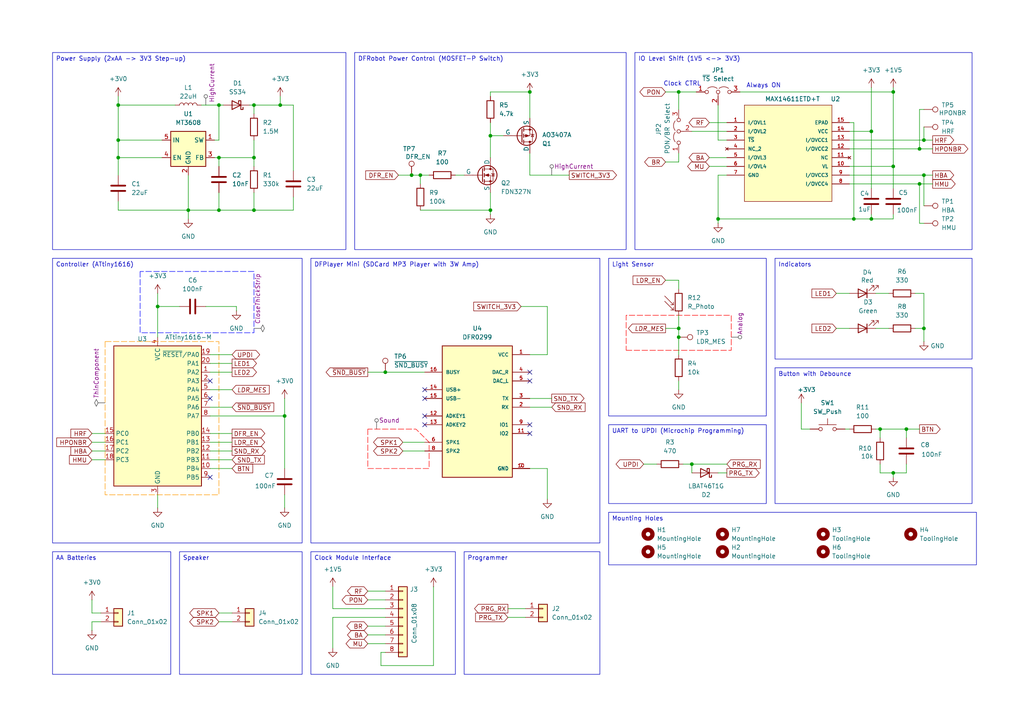
<source format=kicad_sch>
(kicad_sch (version 20250114) (generator "eeschema") (generator_version "9.0")
  (paper "A4")
  (title_block (title "GrannyClock") (date "2025-05-11") (rev "1.0") (company "Tehoor Marjan"))
  (text "Clock CTRL" (at 197.866 24.384 0) (effects (font (size 1.27 1.27))))
  (text "Always ON" (at 221.488 24.892 0) (effects (font (size 1.27 1.27))))
  (text_box "DFRobot Power Control (MOSFET-P Switch)" (at 102.87 15.24 0) (size 78.74 57.15) (margins 0.9525 0.9525 0.9525 0.9525) (effects (font (size 1.27 1.27)) (justify left top)))
  (text_box "Indicators" (at 224.79 74.93 0) (size 57.15 29.21) (margins 0.9525 0.9525 0.9525 0.9525) (effects (font (size 1.27 1.27)) (justify left top)))
  (text_box "Clock Module Interface" (at 90.17 160.02 0) (size 41.91 35.56) (margins 0.9525 0.9525 0.9525 0.9525) (effects (font (size 1.27 1.27)) (justify left top)))
  (text_box "Button with Debounce" (at 224.79 106.68 0) (size 57.15 39.37) (margins 0.9525 0.9525 0.9525 0.9525) (effects (font (size 1.27 1.27)) (justify left top)))
  (text_box "Speaker" (at 52.07 160.02 0) (size 35.56 35.56) (margins 0.9525 0.9525 0.9525 0.9525) (effects (font (size 1.27 1.27)) (justify left top)))
  (text_box "Mounting Holes" (at 176.53 148.59 0) (size 106.68 15.24) (margins 0.9525 0.9525 0.9525 0.9525) (effects (font (size 1.27 1.27)) (justify left top)))
  (text_box "AA Batteries" (at 15.24 160.02 0) (size 34.29 35.56) (margins 0.9525 0.9525 0.9525 0.9525) (effects (font (size 1.27 1.27)) (justify left top)))
  (text_box "Controller (ATtiny1616)" (at 15.24 74.93 0) (size 72.39 82.55) (margins 0.9525 0.9525 0.9525 0.9525) (effects (font (size 1.27 1.27)) (justify left top)))
  (text_box "DFPlayer Mini (SDCard MP3 Player with 3W Amp)" (at 90.17 74.93 0) (size 83.82 82.55) (margins 0.9525 0.9525 0.9525 0.9525) (effects (font (size 1.27 1.27)) (justify left top)))
  (text_box "IO Level Shift (1V5 <-> 3V3)" (at 184.15 15.24 0) (size 97.79 57.15) (margins 0.9525 0.9525 0.9525 0.9525) (effects (font (size 1.27 1.27)) (justify left top)))
  (text_box "UART to UPDI (Microchip Programming)" (at 176.53 123.19 0) (size 45.72 22.86) (margins 0.9525 0.9525 0.9525 0.9525) (effects (font (size 1.27 1.27)) (justify left top)))
  (text_box "Power Supply (2xAA -> 3V3 Step-up)" (at 15.24 15.24 0) (size 85.09 57.15) (margins 0.9525 0.9525 0.9525 0.9525) (effects (font (size 1.27 1.27)) (justify left top)))
  (text_box "Light Sensor" (at 176.53 74.93 0) (size 45.72 45.72) (margins 0.9525 0.9525 0.9525 0.9525) (effects (font (size 1.27 1.27)) (justify left top)))
  (text_box "Programmer" (at 134.62 160.02 0) (size 39.37 35.56) (margins 0.9525 0.9525 0.9525 0.9525) (effects (font (size 1.27 1.27)) (justify left top)))
  (junction (at 111.76 107.95))
  (junction (at 266.7 53.34))
  (junction (at 267.97 50.8))
  (junction (at 63.5 60.96))
  (junction (at 247.65 63.5))
  (junction (at 208.28 63.5))
  (junction (at 196.85 97.79))
  (junction (at 266.7 43.18))
  (junction (at 259.08 48.26))
  (junction (at 73.66 45.72))
  (junction (at 121.92 50.8))
  (junction (at 81.28 30.48))
  (junction (at 267.97 95.25))
  (junction (at 259.08 137.16))
  (junction (at 54.61 60.96))
  (junction (at 142.24 60.96))
  (junction (at 196.85 95.25))
  (junction (at 34.29 40.64))
  (junction (at 34.29 30.48))
  (junction (at 252.73 63.5))
  (junction (at 73.66 30.48))
  (junction (at 119.38 50.8))
  (junction (at 196.85 26.67))
  (junction (at 255.27 124.46))
  (junction (at 142.24 39.37))
  (junction (at 252.73 38.1))
  (junction (at 63.5 45.72))
  (junction (at 45.72 88.9))
  (junction (at 153.67 26.67))
  (junction (at 200.66 134.62))
  (junction (at 82.55 120.65))
  (junction (at 63.5 30.48))
  (junction (at 73.66 60.96))
  (junction (at 262.89 124.46))
  (junction (at 259.08 26.67))
  (junction (at 34.29 45.72))
  (junction (at 267.97 40.64))
  (no_connect (at 60.96 115.57))
  (no_connect (at 60.96 138.43))
  (no_connect (at 153.67 123.19))
  (no_connect (at 123.19 123.19))
  (no_connect (at 153.67 110.49))
  (no_connect (at 123.19 120.65))
  (no_connect (at 153.67 125.73))
  (no_connect (at 153.67 107.95))
  (no_connect (at 60.96 110.49))
  (no_connect (at 123.19 113.03))
  (no_connect (at 123.19 115.57))
  (wire (pts (xy 59.69 88.9) (xy 68.58 88.9)))
  (wire (pts (xy 205.74 45.72) (xy 210.82 45.72)))
  (wire (pts (xy 153.67 50.8) (xy 165.1 50.8)))
  (wire (pts (xy 259.08 26.67) (xy 259.08 48.26)))
  (wire (pts (xy 232.41 116.84) (xy 232.41 124.46)))
  (wire (pts (xy 68.58 88.9) (xy 68.58 90.17)))
  (wire (pts (xy 262.89 137.16) (xy 259.08 137.16)))
  (wire (pts (xy 73.66 60.96) (xy 85.09 60.96)))
  (wire (pts (xy 106.68 181.61) (xy 111.76 181.61)))
  (wire (pts (xy 29.21 177.8) (xy 26.67 177.8)))
  (wire (pts (xy 96.52 176.53) (xy 111.76 176.53)))
  (wire (pts (xy 234.95 124.46) (xy 232.41 124.46)))
  (wire (pts (xy 196.85 110.49) (xy 196.85 113.03)))
  (wire (pts (xy 73.66 45.72) (xy 73.66 48.26)))
  (wire (pts (xy 196.85 95.25) (xy 196.85 97.79)))
  (wire (pts (xy 210.82 134.62) (xy 200.66 134.62)))
  (wire (pts (xy 121.92 50.8) (xy 121.92 53.34)))
  (wire (pts (xy 125.73 193.04) (xy 110.49 193.04)))
  (wire (pts (xy 196.85 46.99) (xy 196.85 44.45)))
  (wire (pts (xy 247.65 63.5) (xy 252.73 63.5)))
  (wire (pts (xy 60.96 128.27) (xy 67.31 128.27)))
  (wire (pts (xy 34.29 60.96) (xy 34.29 58.42)))
  (wire (pts (xy 34.29 45.72) (xy 34.29 50.8)))
  (wire (pts (xy 73.66 45.72) (xy 73.66 40.64)))
  (wire (pts (xy 60.96 105.41) (xy 67.31 105.41)))
  (wire (pts (xy 153.67 135.89) (xy 158.75 135.89)))
  (wire (pts (xy 242.57 95.25) (xy 246.38 95.25)))
  (wire (pts (xy 267.97 95.25) (xy 267.97 99.06)))
  (wire (pts (xy 110.49 189.23) (xy 111.76 189.23)))
  (wire (pts (xy 146.05 39.37) (xy 142.24 39.37)))
  (wire (pts (xy 193.04 81.28) (xy 196.85 81.28)))
  (wire (pts (xy 96.52 170.18) (xy 96.52 176.53)))
  (wire (pts (xy 262.89 134.62) (xy 262.89 137.16)))
  (wire (pts (xy 158.75 135.89) (xy 158.75 144.78)))
  (wire (pts (xy 60.96 130.81) (xy 67.31 130.81)))
  (wire (pts (xy 186.69 134.62) (xy 190.5 134.62)))
  (wire (pts (xy 262.89 127) (xy 262.89 124.46)))
  (wire (pts (xy 267.97 64.77) (xy 266.7 64.77)))
  (wire (pts (xy 198.12 134.62) (xy 200.66 134.62)))
  (wire (pts (xy 85.09 30.48) (xy 85.09 49.53)))
  (wire (pts (xy 266.7 124.46) (xy 262.89 124.46)))
  (wire (pts (xy 252.73 63.5) (xy 259.08 63.5)))
  (wire (pts (xy 82.55 120.65) (xy 82.55 135.89)))
  (wire (pts (xy 34.29 30.48) (xy 50.8 30.48)))
  (wire (pts (xy 153.67 26.67) (xy 142.24 26.67)))
  (wire (pts (xy 82.55 120.65) (xy 60.96 120.65)))
  (wire (pts (xy 46.99 45.72) (xy 34.29 45.72)))
  (wire (pts (xy 142.24 35.56) (xy 142.24 39.37)))
  (wire (pts (xy 208.28 30.48) (xy 208.28 40.64)))
  (wire (pts (xy 34.29 30.48) (xy 34.29 40.64)))
  (wire (pts (xy 259.08 138.43) (xy 259.08 137.16)))
  (wire (pts (xy 153.67 118.11) (xy 160.02 118.11)))
  (wire (pts (xy 205.74 35.56) (xy 210.82 35.56)))
  (wire (pts (xy 193.04 26.67) (xy 196.85 26.67)))
  (wire (pts (xy 259.08 62.23) (xy 259.08 63.5)))
  (wire (pts (xy 153.67 102.87) (xy 158.75 102.87)))
  (wire (pts (xy 246.38 53.34) (xy 266.7 53.34)))
  (wire (pts (xy 29.21 180.34) (xy 26.67 180.34)))
  (wire (pts (xy 254 124.46) (xy 255.27 124.46)))
  (wire (pts (xy 116.84 130.81) (xy 123.19 130.81)))
  (wire (pts (xy 73.66 55.88) (xy 73.66 60.96)))
  (wire (pts (xy 153.67 26.67) (xy 153.67 34.29)))
  (wire (pts (xy 242.57 85.09) (xy 246.38 85.09)))
  (wire (pts (xy 63.5 180.34) (xy 67.31 180.34)))
  (wire (pts (xy 210.82 50.8) (xy 208.28 50.8)))
  (wire (pts (xy 158.75 102.87) (xy 158.75 88.9)))
  (wire (pts (xy 63.5 55.88) (xy 63.5 60.96)))
  (wire (pts (xy 196.85 26.67) (xy 196.85 31.75)))
  (wire (pts (xy 142.24 26.67) (xy 142.24 27.94)))
  (wire (pts (xy 255.27 134.62) (xy 255.27 137.16)))
  (wire (pts (xy 142.24 39.37) (xy 142.24 45.72)))
  (wire (pts (xy 111.76 107.95) (xy 123.19 107.95)))
  (wire (pts (xy 252.73 62.23) (xy 252.73 63.5)))
  (wire (pts (xy 246.38 43.18) (xy 266.7 43.18)))
  (wire (pts (xy 200.66 38.1) (xy 210.82 38.1)))
  (wire (pts (xy 193.04 46.99) (xy 196.85 46.99)))
  (wire (pts (xy 63.5 40.64) (xy 63.5 30.48)))
  (wire (pts (xy 259.08 137.16) (xy 255.27 137.16)))
  (wire (pts (xy 196.85 97.79) (xy 196.85 102.87)))
  (wire (pts (xy 60.96 125.73) (xy 67.31 125.73)))
  (wire (pts (xy 106.68 171.45) (xy 111.76 171.45)))
  (wire (pts (xy 73.66 30.48) (xy 73.66 33.02)))
  (wire (pts (xy 254 95.25) (xy 257.81 95.25)))
  (wire (pts (xy 62.23 40.64) (xy 63.5 40.64)))
  (wire (pts (xy 54.61 60.96) (xy 63.5 60.96)))
  (wire (pts (xy 208.28 63.5) (xy 208.28 64.77)))
  (wire (pts (xy 26.67 177.8) (xy 26.67 173.99)))
  (wire (pts (xy 267.97 36.83) (xy 267.97 40.64)))
  (wire (pts (xy 106.68 184.15) (xy 111.76 184.15)))
  (wire (pts (xy 26.67 180.34) (xy 26.67 182.88)))
  (wire (pts (xy 82.55 115.57) (xy 82.55 120.65)))
  (wire (pts (xy 158.75 88.9) (xy 151.13 88.9)))
  (wire (pts (xy 196.85 26.67) (xy 201.93 26.67)))
  (wire (pts (xy 252.73 38.1) (xy 252.73 25.4)))
  (wire (pts (xy 267.97 50.8) (xy 267.97 59.69)))
  (wire (pts (xy 196.85 91.44) (xy 196.85 95.25)))
  (wire (pts (xy 208.28 63.5) (xy 247.65 63.5)))
  (wire (pts (xy 142.24 60.96) (xy 142.24 62.23)))
  (wire (pts (xy 142.24 55.88) (xy 142.24 60.96)))
  (wire (pts (xy 34.29 27.94) (xy 34.29 30.48)))
  (wire (pts (xy 245.11 124.46) (xy 246.38 124.46)))
  (wire (pts (xy 132.08 50.8) (xy 134.62 50.8)))
  (wire (pts (xy 246.38 50.8) (xy 267.97 50.8)))
  (wire (pts (xy 106.68 186.69) (xy 111.76 186.69)))
  (wire (pts (xy 45.72 143.51) (xy 45.72 147.32)))
  (wire (pts (xy 121.92 50.8) (xy 124.46 50.8)))
  (wire (pts (xy 116.84 128.27) (xy 123.19 128.27)))
  (wire (pts (xy 254 85.09) (xy 257.81 85.09)))
  (wire (pts (xy 45.72 85.09) (xy 45.72 88.9)))
  (wire (pts (xy 266.7 53.34) (xy 270.51 53.34)))
  (wire (pts (xy 267.97 40.64) (xy 270.51 40.64)))
  (wire (pts (xy 106.68 173.99) (xy 111.76 173.99)))
  (wire (pts (xy 267.97 85.09) (xy 267.97 95.25)))
  (wire (pts (xy 196.85 95.25) (xy 193.04 95.25)))
  (wire (pts (xy 147.32 179.07) (xy 152.4 179.07)))
  (wire (pts (xy 60.96 118.11) (xy 67.31 118.11)))
  (wire (pts (xy 255.27 124.46) (xy 262.89 124.46)))
  (wire (pts (xy 96.52 179.07) (xy 96.52 187.96)))
  (wire (pts (xy 34.29 60.96) (xy 54.61 60.96)))
  (wire (pts (xy 26.67 130.81) (xy 30.48 130.81)))
  (wire (pts (xy 72.39 30.48) (xy 73.66 30.48)))
  (wire (pts (xy 81.28 27.94) (xy 81.28 30.48)))
  (wire (pts (xy 208.28 40.64) (xy 210.82 40.64)))
  (wire (pts (xy 73.66 30.48) (xy 81.28 30.48)))
  (wire (pts (xy 200.66 134.62) (xy 200.66 137.16)))
  (wire (pts (xy 54.61 50.8) (xy 54.61 60.96)))
  (wire (pts (xy 255.27 124.46) (xy 255.27 127)))
  (wire (pts (xy 267.97 50.8) (xy 270.51 50.8)))
  (wire (pts (xy 266.7 53.34) (xy 266.7 64.77)))
  (wire (pts (xy 26.67 133.35) (xy 30.48 133.35)))
  (wire (pts (xy 259.08 48.26) (xy 259.08 54.61)))
  (wire (pts (xy 60.96 135.89) (xy 67.31 135.89)))
  (wire (pts (xy 60.96 113.03) (xy 67.31 113.03)))
  (wire (pts (xy 106.68 107.95) (xy 111.76 107.95)))
  (wire (pts (xy 147.32 176.53) (xy 152.4 176.53)))
  (wire (pts (xy 63.5 45.72) (xy 73.66 45.72)))
  (wire (pts (xy 259.08 26.67) (xy 259.08 25.4)))
  (wire (pts (xy 246.38 38.1) (xy 252.73 38.1)))
  (wire (pts (xy 63.5 45.72) (xy 63.5 48.26)))
  (wire (pts (xy 63.5 177.8) (xy 67.31 177.8)))
  (wire (pts (xy 85.09 30.48) (xy 81.28 30.48)))
  (wire (pts (xy 26.67 128.27) (xy 30.48 128.27)))
  (wire (pts (xy 85.09 57.15) (xy 85.09 60.96)))
  (wire (pts (xy 125.73 170.18) (xy 125.73 193.04)))
  (wire (pts (xy 265.43 85.09) (xy 267.97 85.09)))
  (wire (pts (xy 267.97 31.75) (xy 266.7 31.75)))
  (wire (pts (xy 45.72 88.9) (xy 52.07 88.9)))
  (wire (pts (xy 111.76 179.07) (xy 96.52 179.07)))
  (wire (pts (xy 60.96 107.95) (xy 67.31 107.95)))
  (wire (pts (xy 196.85 81.28) (xy 196.85 83.82)))
  (wire (pts (xy 45.72 88.9) (xy 45.72 97.79)))
  (wire (pts (xy 60.96 102.87) (xy 67.31 102.87)))
  (wire (pts (xy 58.42 30.48) (xy 63.5 30.48)))
  (wire (pts (xy 62.23 45.72) (xy 63.5 45.72)))
  (wire (pts (xy 63.5 30.48) (xy 64.77 30.48)))
  (wire (pts (xy 60.96 133.35) (xy 67.31 133.35)))
  (wire (pts (xy 246.38 48.26) (xy 259.08 48.26)))
  (wire (pts (xy 82.55 143.51) (xy 82.55 147.32)))
  (wire (pts (xy 252.73 38.1) (xy 252.73 54.61)))
  (wire (pts (xy 110.49 193.04) (xy 110.49 189.23)))
  (wire (pts (xy 119.38 50.8) (xy 121.92 50.8)))
  (wire (pts (xy 63.5 60.96) (xy 73.66 60.96)))
  (wire (pts (xy 265.43 95.25) (xy 267.97 95.25)))
  (wire (pts (xy 115.57 50.8) (xy 119.38 50.8)))
  (wire (pts (xy 121.92 60.96) (xy 142.24 60.96)))
  (wire (pts (xy 246.38 40.64) (xy 267.97 40.64)))
  (wire (pts (xy 208.28 50.8) (xy 208.28 63.5)))
  (wire (pts (xy 214.63 26.67) (xy 259.08 26.67)))
  (wire (pts (xy 153.67 44.45) (xy 153.67 50.8)))
  (wire (pts (xy 26.67 125.73) (xy 30.48 125.73)))
  (wire (pts (xy 34.29 45.72) (xy 34.29 40.64)))
  (wire (pts (xy 205.74 48.26) (xy 210.82 48.26)))
  (wire (pts (xy 266.7 43.18) (xy 270.51 43.18)))
  (wire (pts (xy 54.61 60.96) (xy 54.61 63.5)))
  (wire (pts (xy 247.65 35.56) (xy 247.65 63.5)))
  (wire (pts (xy 266.7 31.75) (xy 266.7 43.18)))
  (wire (pts (xy 153.67 115.57) (xy 160.02 115.57)))
  (wire (pts (xy 34.29 40.64) (xy 46.99 40.64)))
  (wire (pts (xy 208.28 137.16) (xy 210.82 137.16)))
  (wire (pts (xy 246.38 35.56) (xy 247.65 35.56)))
  (global_label "PON" (shape bidirectional) (at 193.04 26.67 180) (property "Intersheetrefs" "${INTERSHEET_REFS}" (effects (hide yes))))
  (global_label "BA" (shape bidirectional) (at 106.68 184.15 180) (property "Intersheetrefs" "${INTERSHEET_REFS}" (effects (hide yes))))
  (global_label "MU" (shape bidirectional) (at 106.68 186.69 180) (property "Intersheetrefs" "${INTERSHEET_REFS}" (effects (hide yes))))
  (global_label "LED1" (shape output) (at 67.31 105.41 0) (property "Intersheetrefs" "${INTERSHEET_REFS}" (effects (hide yes))))
  (global_label "PRG_TX" (shape input) (at 147.32 179.07 180) (property "Intersheetrefs" "${INTERSHEET_REFS}" (effects (hide yes))))
  (global_label "SWITCH_3V3" (shape input) (at 151.13 88.9 180) (property "Intersheetrefs" "${INTERSHEET_REFS}" (effects (hide yes))))
  (global_label "PRG_TX" (shape output) (at 210.82 137.16 0) (property "Intersheetrefs" "${INTERSHEET_REFS}" (effects (hide yes))))
  (global_label "DFR_EN" (shape input) (at 115.57 50.8 180) (property "Intersheetrefs" "${INTERSHEET_REFS}" (effects (hide yes))))
  (global_label "LED2" (shape input) (at 242.57 95.25 180) (property "Intersheetrefs" "${INTERSHEET_REFS}" (effects (hide yes))))
  (global_label "PRG_RX" (shape input) (at 210.82 134.62 0) (property "Intersheetrefs" "${INTERSHEET_REFS}" (effects (hide yes))))
  (global_label "LDR_MES" (shape input) (at 67.31 113.03 0) (effects (font (italic yes))) (property "Intersheetrefs" "${INTERSHEET_REFS}" (effects (hide yes))))
  (global_label "HPONBR" (shape input) (at 26.67 128.27 180) (property "Intersheetrefs" "${INTERSHEET_REFS}" (effects (hide yes))))
  (global_label "HRF" (shape output) (at 270.51 40.64 0) (property "Intersheetrefs" "${INTERSHEET_REFS}" (effects (hide yes))))
  (global_label "HBA" (shape output) (at 270.51 50.8 0) (property "Intersheetrefs" "${INTERSHEET_REFS}" (effects (hide yes))))
  (global_label "SND_RX" (shape input) (at 160.02 118.11 0) (property "Intersheetrefs" "${INTERSHEET_REFS}" (effects (hide yes))))
  (global_label "LDR_EN" (shape output) (at 67.31 128.27 0) (property "Intersheetrefs" "${INTERSHEET_REFS}" (effects (hide yes))))
  (global_label "SWITCH_3V3" (shape output) (at 165.1 50.8 0) (property "Intersheetrefs" "${INTERSHEET_REFS}" (effects (hide yes))))
  (global_label "BTN" (shape input) (at 67.31 135.89 0) (property "Intersheetrefs" "${INTERSHEET_REFS}" (effects (hide yes))))
  (global_label "SND_TX" (shape output) (at 160.02 115.57 0) (property "Intersheetrefs" "${INTERSHEET_REFS}" (effects (hide yes))))
  (global_label "RF" (shape bidirectional) (at 205.74 35.56 180) (property "Intersheetrefs" "${INTERSHEET_REFS}" (effects (hide yes))))
  (global_label "~{SND_BUSY}" (shape output) (at 106.68 107.95 180) (property "Intersheetrefs" "${INTERSHEET_REFS}" (effects (hide yes))))
  (global_label "BR" (shape bidirectional) (at 106.68 181.61 180) (property "Intersheetrefs" "${INTERSHEET_REFS}" (effects (hide yes))))
  (global_label "LED1" (shape input) (at 242.57 85.09 180) (property "Intersheetrefs" "${INTERSHEET_REFS}" (effects (hide yes))))
  (global_label "BA" (shape bidirectional) (at 205.74 45.72 180) (property "Intersheetrefs" "${INTERSHEET_REFS}" (effects (hide yes))))
  (global_label "~{SND_BUSY}" (shape input) (at 67.31 118.11 0) (property "Intersheetrefs" "${INTERSHEET_REFS}" (effects (hide yes))))
  (global_label "HMU" (shape output) (at 270.51 53.34 0) (property "Intersheetrefs" "${INTERSHEET_REFS}" (effects (hide yes))))
  (global_label "PRG_RX" (shape output) (at 147.32 176.53 180) (property "Intersheetrefs" "${INTERSHEET_REFS}" (effects (hide yes))))
  (global_label "LDR_EN" (shape input) (at 193.04 81.28 180) (property "Intersheetrefs" "${INTERSHEET_REFS}" (effects (hide yes))))
  (global_label "SND_TX" (shape input) (at 67.31 133.35 0) (property "Intersheetrefs" "${INTERSHEET_REFS}" (effects (hide yes))))
  (global_label "LDR_MES" (shape output) (at 193.04 95.25 180) (effects (font (italic yes))) (property "Intersheetrefs" "${INTERSHEET_REFS}" (effects (hide yes))))
  (global_label "DFR_EN" (shape output) (at 67.31 125.73 0) (property "Intersheetrefs" "${INTERSHEET_REFS}" (effects (hide yes))))
  (global_label "HPONBR" (shape output) (at 270.51 43.18 0) (property "Intersheetrefs" "${INTERSHEET_REFS}" (effects (hide yes))))
  (global_label "BTN" (shape output) (at 266.7 124.46 0) (property "Intersheetrefs" "${INTERSHEET_REFS}" (effects (hide yes))))
  (global_label "SPK1" (shape bidirectional) (at 63.5 177.8 180) (property "Intersheetrefs" "${INTERSHEET_REFS}" (effects (hide yes))))
  (global_label "PON" (shape bidirectional) (at 106.68 173.99 180) (property "Intersheetrefs" "${INTERSHEET_REFS}" (effects (hide yes))))
  (global_label "UPDI" (shape bidirectional) (at 67.31 102.87 0) (property "Intersheetrefs" "${INTERSHEET_REFS}" (effects (hide yes))))
  (global_label "LED2" (shape output) (at 67.31 107.95 0) (property "Intersheetrefs" "${INTERSHEET_REFS}" (effects (hide yes))))
  (global_label "SPK1" (shape bidirectional) (at 116.84 128.27 180) (property "Intersheetrefs" "${INTERSHEET_REFS}" (effects (hide yes))))
  (global_label "BR" (shape bidirectional) (at 193.04 46.99 180) (property "Intersheetrefs" "${INTERSHEET_REFS}" (effects (hide yes))))
  (global_label "MU" (shape bidirectional) (at 205.74 48.26 180) (property "Intersheetrefs" "${INTERSHEET_REFS}" (effects (hide yes))))
  (global_label "UPDI" (shape bidirectional) (at 186.69 134.62 180) (property "Intersheetrefs" "${INTERSHEET_REFS}" (effects (hide yes))))
  (global_label "SPK2" (shape bidirectional) (at 116.84 130.81 180) (property "Intersheetrefs" "${INTERSHEET_REFS}" (effects (hide yes))))
  (global_label "HBA" (shape input) (at 26.67 130.81 180) (property "Intersheetrefs" "${INTERSHEET_REFS}" (effects (hide yes))))
  (global_label "HMU" (shape input) (at 26.67 133.35 180) (property "Intersheetrefs" "${INTERSHEET_REFS}" (effects (hide yes))))
  (global_label "SND_RX" (shape output) (at 67.31 130.81 0) (property "Intersheetrefs" "${INTERSHEET_REFS}" (effects (hide yes))))
  (global_label "SPK2" (shape bidirectional) (at 63.5 180.34 180) (property "Intersheetrefs" "${INTERSHEET_REFS}" (effects (hide yes))))
  (global_label "RF" (shape bidirectional) (at 106.68 171.45 180) (property "Intersheetrefs" "${INTERSHEET_REFS}" (effects (hide yes))))
  (global_label "HRF" (shape input) (at 26.67 125.73 180) (property "Intersheetrefs" "${INTERSHEET_REFS}" (effects (hide yes))))
  (rule_area (polyline (pts (xy 181.61 101.6) (xy 212.09 101.6) (xy 212.09 91.44) (xy 181.61 91.44)) (stroke (width 0) (type dash))))
  (rule_area (polyline (pts (xy 106.68 124.46) (xy 106.68 135.89) (xy 124.46 135.89) (xy 124.46 128.27) (xy 120.65 124.46)) (stroke (width 0) (type dash))))
  (rule_area (polyline (pts (xy 30.48 99.06) (xy 30.48 143.51) (xy 63.5 143.51) (xy 63.5 99.06)) (stroke (width 0) (type dash) (color 255 153 0 1))))
  (rule_area (polyline (pts (xy 40.64 78.74) (xy 40.64 96.52) (xy 73.66 96.52) (xy 73.66 78.74)) (stroke (width 0) (type dash) (color 0 0 255 1))))
  (netclass_flag "" (length 2.54) (shape round) (at 160.02 50.8 0) (property "Netclass" "HighCurrent" (at 160.7185 48.26 0) (effects (justify left))))
  (netclass_flag "" (length 2.54) (shape diamond) (at 73.66 95.25 270) (property "Netclass" "Default" (effects (hide yes))) (property "Component Class" "CloseThickStrip" (at 74.7395 94.0435 90) (effects (font (italic yes)) (justify left))))
  (netclass_flag "" (length 2.54) (shape round) (at 109.22 124.46 0) (property "Netclass" "Sound" (at 109.9185 121.92 0) (effects (justify left))))
  (netclass_flag "" (length 2.54) (shape round) (at 212.09 97.79 270) (property "Netclass" "Analog" (at 214.63 97.0915 90) (effects (justify left))))
  (netclass_flag "" (length 2.54) (shape diamond) (at 30.48 116.84 90) (property "Component Class" "ThinComponent" (at 27.94 115.6335 90) (effects (font (italic yes)) (justify left))))
  (netclass_flag "" (length 2.54) (shape round) (at 59.69 30.48 0) (property "Netclass" "HighCurrent" (at 61.468 29.718 90) (effects (justify left))))
  (symbol (lib_id "Device:D_Schottky") (at 204.47 137.16 180) (unit 1)
    (property "Reference" "D2" (at 204.7875 143.51 0))
    (property "Value" "LBAT46T1G" (at 204.7875 140.97 0))
    (property "Footprint" "Diode_SMD:D_SOD-123" (effects (hide yes)))
    (property "Description" "Schottky diode" (effects (hide yes)))
  )
  (symbol (lib_id "Device:R") (at 196.85 106.68 0) (unit 1)
    (property "Reference" "R4" (at 199.39 105.4099 0) (effects (justify left)))
    (property "Value" "10k" (at 199.39 107.9499 0) (effects (justify left)))
    (property "Footprint" "Resistor_SMD:R_0603_1608Metric" (effects (hide yes)))
    (property "Description" "Resistor" (effects (hide yes)))
  )
  (symbol (lib_id "Device:R") (at 73.66 36.83 0) (unit 1)
    (property "Reference" "R2" (at 76.2 35.5599 0) (effects (justify left)))
    (property "Value" "1.5M" (at 76.2 38.0999 0) (effects (justify left)))
    (property "Footprint" "Resistor_SMD:R_0603_1608Metric" (effects (hide yes)))
    (property "Description" "Resistor" (effects (hide yes)))
  )
  (symbol (lib_id "Device:R") (at 261.62 95.25 90) (unit 1)
    (property "Reference" "R8" (at 261.62 88.9 90))
    (property "Value" "330" (at 261.62 91.44 90))
    (property "Footprint" "Resistor_SMD:R_0603_1608Metric" (effects (hide yes)))
    (property "Description" "Resistor" (effects (hide yes)))
  )
  (symbol (lib_id "Simulation_SPICE:PMOS") (at 151.13 39.37 0) (mirror x) (unit 1)
    (property "Reference" "Q1" (at 157.226 41.656 0) (effects (justify left)))
    (property "Value" "AO3407A" (at 157.226 39.116 0) (effects (justify left)))
    (property "Footprint" "Package_TO_SOT_SMD:SOT-23-3" (effects (hide yes)))
    (property "Datasheet" "https://ngspice.sourceforge.io/docs/ngspice-html-manual/manual.xhtml#cha_MOSFETs" (effects (hide yes)))
    (property "Description" "P-MOSFET transistor, drain/source/gate" (effects (hide yes)))
    (property "Height" "1.1" (effects (hide yes)))
    (property "Manufacturer_Name" "ElecSuper" (effects (hide yes)))
    (property "Manufacturer_Part_Number" "AO3407A" (effects (hide yes)))
    (property "Sim.Device" "PMOS" (effects (hide yes)))
    (property "Sim.Type" "VDMOS" (effects (hide yes)))
    (property "Sim.Pins" "1=D 2=G 3=S" (effects (hide yes)))
    (property "JLCPCB Part #" "C5224209" (effects (hide yes)))
  )
  (symbol (lib_id "power:GND") (at 82.55 147.32 0) (unit 1)
    (property "Reference" "#PWR0109" (effects (hide yes)))
    (property "Value" "GND" (at 82.55 152.4 0))
    (property "Description" "Power symbol creates a global label with name \"GND\" , ground" (effects (hide yes)))
  )
  (symbol (lib_id "Connector:TestPoint") (at 119.38 50.8 0) (unit 1) (in_bom no)
    (property "Reference" "TP7" (at 116.84 43.18 0) (effects (justify left)))
    (property "Value" "DFR_EN" (at 117.602 45.466 0) (effects (justify left)))
    (property "Footprint" "TestPoint:TestPoint_Pad_D1.5mm" (effects (hide yes)))
    (property "Description" "test point" (effects (hide yes)))
  )
  (symbol (lib_id "power:+3V3") (at 81.28 27.94 0) (unit 1)
    (property "Reference" "#PWR0117" (effects (hide yes)))
    (property "Value" "+3V3" (at 81.28 22.86 0))
    (property "Description" "Power symbol creates a global label with name \"+3V3\"" (effects (hide yes)))
  )
  (symbol (lib_id "Switch:SW_Push") (at 240.03 124.46 0) (unit 1) (in_bom no)
    (property "Reference" "SW1" (at 240.03 116.84 0))
    (property "Value" "SW_Push" (at 240.03 119.38 0))
    (property "Footprint" "Button_Switch_THT:SW_PUSH_1P1T_6x3.5mm_H4.3_APEM_MJTP1243" (effects (hide yes)))
    (property "Description" "Push button switch, generic, two pins" (effects (hide yes)))
  )
  (symbol (lib_id "Regulator_Switching:MT3608") (at 54.61 43.18 0) (unit 1)
    (property "Reference" "U1" (at 54.61 33.02 0))
    (property "Value" "MT3608" (at 54.61 35.56 0))
    (property "Footprint" "Package_TO_SOT_SMD:SOT-23-6" (effects (hide yes)))
    (property "Datasheet" "https://www.olimex.com/Products/Breadboarding/BB-PWR-3608/resources/MT3608.pdf" (effects (hide yes)))
    (property "Description" "High Efficiency 1.2MHz 2A Step Up Converter, 2-24V Vin, 28V Vout, 4A current limit, 1.2MHz, SOT23-6" (effects (hide yes)))
  )
  (symbol (lib_id "Mechanical:MountingHole") (at 187.96 154.94 0) (unit 1) (in_bom no)
    (property "Reference" "H1" (at 190.5 153.6699 0) (effects (justify left)))
    (property "Value" "MountingHole" (at 190.5 156.2099 0) (effects (justify left)))
    (property "Footprint" "MountingHole:MountingHole_2mm" (effects (hide yes)))
    (property "Description" "Mounting Hole without connection" (effects (hide yes)))
  )
  (symbol (lib_id "power:+3V0") (at 34.29 27.94 0) (unit 1)
    (property "Reference" "#PWR0116" (effects (hide yes)))
    (property "Value" "+3V0" (at 34.29 22.86 0))
    (property "Description" "Power symbol creates a global label with name \"+3V0\"" (effects (hide yes)))
  )
  (symbol (lib_id "Device:C") (at 63.5 52.07 0) (unit 1)
    (property "Reference" "C2" (at 67.31 50.7999 0) (effects (justify left)))
    (property "Value" "10nF" (at 67.31 53.3399 0) (effects (justify left)))
    (property "Footprint" "Capacitor_SMD:C_0603_1608Metric" (effects (hide yes)))
    (property "Description" "Unpolarized capacitor" (effects (hide yes)))
  )
  (symbol (lib_id "power:GND") (at 158.75 144.78 0) (unit 1)
    (property "Reference" "#PWR0108" (effects (hide yes)))
    (property "Value" "GND" (at 158.75 149.86 0))
    (property "Description" "Power symbol creates a global label with name \"GND\" , ground" (effects (hide yes)))
  )
  (symbol (lib_id "Device:R") (at 128.27 50.8 90) (unit 1)
    (property "Reference" "R7" (at 128.27 44.45 90))
    (property "Value" "100" (at 128.27 46.99 90))
    (property "Footprint" "Resistor_SMD:R_0603_1608Metric" (effects (hide yes)))
    (property "Description" "Resistor" (effects (hide yes)))
  )
  (symbol (lib_id "Device:R_Photo") (at 196.85 87.63 0) (unit 1) (in_bom no)
    (property "Reference" "R12" (at 199.39 86.3599 0) (effects (justify left)))
    (property "Value" "R_Photo" (at 199.39 88.8999 0) (effects (justify left)))
    (property "Footprint" "OptoDevice:R_LDR_4.9x4.2mm_P2.54mm_Vertical" (effects (hide yes)))
    (property "Description" "Photoresistor" (effects (hide yes)))
  )
  (symbol (lib_id "Mechanical:MountingHole") (at 209.55 154.94 0) (unit 1) (in_bom no)
    (property "Reference" "H7" (at 212.09 153.6699 0) (effects (justify left)))
    (property "Value" "MountingHole" (at 212.09 156.2099 0) (effects (justify left)))
    (property "Footprint" "MountingHole:MountingHole_2mm" (effects (hide yes)))
    (property "Description" "Mounting Hole without connection" (effects (hide yes)))
  )
  (symbol (lib_id "power:+3V3") (at 252.73 25.4 0) (unit 1)
    (property "Reference" "#PWR0102" (effects (hide yes)))
    (property "Value" "+3V3" (at 252.73 20.32 0))
    (property "Description" "Power symbol creates a global label with name \"+3V3\"" (effects (hide yes)))
  )
  (symbol (lib_id "Device:C") (at 252.73 58.42 0) (unit 1)
    (property "Reference" "C4" (at 249.428 56.134 0) (effects (justify left)))
    (property "Value" "1uF" (at 248.92 60.706 0) (effects (justify left)))
    (property "Footprint" "Capacitor_SMD:C_0603_1608Metric" (effects (hide yes)))
    (property "Description" "Unpolarized capacitor" (effects (hide yes)))
  )
  (symbol (lib_id "power:GND") (at 142.24 62.23 0) (unit 1)
    (property "Reference" "#PWR0104" (effects (hide yes)))
    (property "Value" "GND" (at 142.24 67.31 0))
    (property "Description" "Power symbol creates a global label with name \"GND\" , ground" (effects (hide yes)))
  )
  (symbol (lib_id "power:GND") (at 68.58 90.17 0) (unit 1)
    (property "Reference" "#PWR0113" (effects (hide yes)))
    (property "Value" "GND" (at 68.58 95.25 0))
    (property "Description" "Power symbol creates a global label with name \"GND\" , ground" (effects (hide yes)))
  )
  (symbol (lib_id "Mechanical:MountingHole") (at 238.76 154.94 0) (unit 1) (in_bom no)
    (property "Reference" "H3" (at 241.3 153.6699 0) (effects (justify left)))
    (property "Value" "ToolingHole" (at 241.3 156.2099 0) (effects (justify left)))
    (property "Footprint" "MountingHole:ToolingHole_1.152mm" (effects (hide yes)))
    (property "Description" "Mounting Hole without connection" (effects (hide yes)))
  )
  (symbol (lib_id "Jumper:Jumper_3_Open") (at 208.28 26.67 0) (unit 1) (in_bom no)
    (property "Reference" "JP1" (at 208.28 20.32 0))
    (property "Value" "~{TS} Select" (at 208.28 22.86 0))
    (property "Footprint" "Jumper:SolderJumper-3_P1.3mm_Open_RoundedPad1.0x1.5mm" (effects (hide yes)))
    (property "Description" "Jumper, 3-pole, both open" (effects (hide yes)))
  )
  (symbol (lib_id "power:+3V3") (at 232.41 116.84 0) (unit 1)
    (property "Reference" "#PWR01" (effects (hide yes)))
    (property "Value" "+3V3" (at 233.934 113.03 0))
    (property "Description" "Power symbol creates a global label with name \"+3V3\"" (effects (hide yes)))
  )
  (symbol (lib_id "power:GND") (at 267.97 99.06 0) (unit 1)
    (property "Reference" "#PWR0107" (effects (hide yes)))
    (property "Value" "GND" (at 269.875 100.3299 0) (effects (justify left)))
    (property "Description" "Power symbol creates a global label with name \"GND\" , ground" (effects (hide yes)))
  )
  (symbol (lib_id "Device:R") (at 121.92 57.15 0) (unit 1)
    (property "Reference" "R9" (at 124.46 55.8799 0) (effects (justify left)))
    (property "Value" "100k" (at 124.46 58.4199 0) (effects (justify left)))
    (property "Footprint" "Resistor_SMD:R_0603_1608Metric" (effects (hide yes)))
    (property "Description" "Resistor" (effects (hide yes)))
  )
  (symbol (lib_id "Device:R") (at 255.27 130.81 0) (unit 1)
    (property "Reference" "R10" (at 248.92 130.048 0) (effects (justify left)))
    (property "Value" "10k" (at 249.682 132.334 0) (effects (justify left)))
    (property "Footprint" "Resistor_SMD:R_0603_1608Metric" (effects (hide yes)))
    (property "Description" "Resistor" (effects (hide yes)))
  )
  (symbol (lib_id "Connector:TestPoint") (at 267.97 59.69 270) (unit 1) (in_bom no)
    (property "Reference" "TP1" (at 273.05 58.4199 90) (effects (justify left)))
    (property "Value" "HBA" (at 273.05 60.9599 90) (effects (justify left)))
    (property "Footprint" "TestPoint:TestPoint_Pad_D1.5mm" (effects (hide yes)))
    (property "Description" "test point" (effects (hide yes)))
  )
  (symbol (lib_id "Device:LED") (at 250.19 85.09 180) (unit 1) (in_bom no)
    (property "Reference" "D4" (at 250.19 78.994 0) (effects (justify right)))
    (property "Value" "Red" (at 249.682 81.28 0) (effects (justify right)))
    (property "Footprint" "LED_SMD:LED_0603_1608Metric" (effects (hide yes)))
    (property "Description" "Light emitting diode" (effects (hide yes)))
    (property "Sim.Pins" "1=K 2=A" (effects (hide yes)))
  )
  (symbol (lib_id "Mechanical:MountingHole") (at 264.16 154.94 0) (unit 1) (in_bom no)
    (property "Reference" "H4" (at 266.7 153.6699 0) (effects (justify left)))
    (property "Value" "ToolingHole" (at 266.7 156.2099 0) (effects (justify left)))
    (property "Footprint" "MountingHole:ToolingHole_1.152mm" (effects (hide yes)))
    (property "Description" "Mounting Hole without connection" (effects (hide yes)))
  )
  (symbol (lib_id "Mechanical:MountingHole") (at 209.55 160.02 0) (unit 1) (in_bom no)
    (property "Reference" "H2" (at 212.09 158.7499 0) (effects (justify left)))
    (property "Value" "MountingHole" (at 212.09 161.2899 0) (effects (justify left)))
    (property "Footprint" "MountingHole:MountingHole_2mm" (effects (hide yes)))
    (property "Description" "Mounting Hole without connection" (effects (hide yes)))
  )
  (symbol (lib_id "power:+3V0") (at 26.67 173.99 0) (unit 1)
    (property "Reference" "#PWR0118" (effects (hide yes)))
    (property "Value" "+3V0" (at 26.67 168.91 0))
    (property "Description" "Power symbol creates a global label with name \"+3V0\"" (effects (hide yes)))
  )
  (symbol (lib_id "Snapeda:DFR0299") (at 138.43 118.11 0) (unit 1) (in_bom no)
    (property "Reference" "U4" (at 138.43 95.25 0))
    (property "Value" "DFR0299" (at 138.43 97.79 0))
    (property "Footprint" "Snapeda:DFR0299_MODULE_DFR0299" (effects (hide yes)))
    (property "MF" "DFRobot" (effects (hide yes)))
    (property "DESCRIPTION" "Dfplayer - a Mini Mp3 Player" (effects (hide yes)))
    (property "PACKAGE" "None" (effects (hide yes)))
    (property "PRICE" "None" (effects (hide yes)))
    (property "Package" "None" (effects (hide yes)))
    (property "Check_prices" "https://www.snapeda.com/parts/DFR0299/DFRobot/view-part/?ref=eda" (effects (hide yes)))
    (property "Price" "None" (effects (hide yes)))
    (property "SnapEDA_Link" "https://www.snapeda.com/parts/DFR0299/DFRobot/view-part/?ref=snap" (effects (hide yes)))
    (property "MP" "DFR0299" (effects (hide yes)))
    (property "Availability" "In Stock" (effects (hide yes)))
    (property "AVAILABILITY" "Unavailable" (effects (hide yes)))
    (property "Description_1" "- MP3 Player Audio Arduino Platform Evaluation Expansion Board" (effects (hide yes)))
  )
  (symbol (lib_id "Device:L") (at 54.61 30.48 90) (unit 1)
    (property "Reference" "L1" (at 54.61 25.4 90))
    (property "Value" "22uH" (at 54.61 27.94 90))
    (property "Footprint" "Inductor_SMD:L_12x12mm_H4.5mm" (effects (hide yes)))
    (property "Description" "Inductor" (effects (hide yes)))
    (property "MANUFACTURER_PART_NUMBER" "SDRH.1209CT.NLF220MT00" (effects (hide yes)))
    (property "JLCPCB Part #" "C5123081" (effects (hide yes)))
  )
  (symbol (lib_id "Device:C") (at 262.89 130.81 0) (unit 1)
    (property "Reference" "C8" (at 266.954 129.032 0) (effects (justify left)))
    (property "Value" "100nF" (at 267.208 131.826 0) (effects (justify left)))
    (property "Footprint" "Capacitor_SMD:C_0603_1608Metric" (effects (hide yes)))
    (property "Description" "Unpolarized capacitor" (effects (hide yes)))
  )
  (symbol (lib_id "Device:C") (at 34.29 54.61 0) (unit 1)
    (property "Reference" "C1" (at 38.1 53.3399 0) (effects (justify left)))
    (property "Value" "22uF" (at 38.1 55.8799 0) (effects (justify left)))
    (property "Footprint" "Capacitor_SMD:C_0603_1608Metric" (effects (hide yes)))
    (property "Description" "Unpolarized capacitor" (effects (hide yes)))
  )
  (symbol (lib_id "power:GND") (at 208.28 64.77 0) (unit 1)
    (property "Reference" "#PWR0101" (effects (hide yes)))
    (property "Value" "GND" (at 208.28 69.85 0))
    (property "Description" "Power symbol creates a global label with name \"GND\" , ground" (effects (hide yes)))
  )
  (symbol (lib_id "power:GND") (at 196.85 113.03 0) (unit 1)
    (property "Reference" "#PWR0106" (effects (hide yes)))
    (property "Value" "GND" (at 196.85 118.11 0))
    (property "Description" "Power symbol creates a global label with name \"GND\" , ground" (effects (hide yes)))
  )
  (symbol (lib_id "Device:R") (at 142.24 31.75 0) (unit 1)
    (property "Reference" "R5" (at 144.78 30.4799 0) (effects (justify left)))
    (property "Value" "4.7k" (at 144.78 33.0199 0) (effects (justify left)))
    (property "Footprint" "Resistor_SMD:R_0603_1608Metric" (effects (hide yes)))
    (property "Description" "Resistor" (effects (hide yes)))
  )
  (symbol (lib_id "power:GND") (at 96.52 187.96 0) (unit 1)
    (property "Reference" "#PWR0119" (effects (hide yes)))
    (property "Value" "GND" (at 96.52 193.04 0))
    (property "Description" "Power symbol creates a global label with name \"GND\" , ground" (effects (hide yes)))
  )
  (symbol (lib_id "MAX14611ETD_:MAX14611ETD_") (at 215.9 30.48 0) (unit 1)
    (property "Reference" "U2" (at 242.316 28.702 0))
    (property "Value" "MAX14611ETD+T" (at 229.87 28.702 0))
    (property "Footprint" "Package_DFN_QFN:TDFN-14-1EP_3x3mm_P0.4mm_EP1.78x2.35mm" (effects (hide yes)))
    (property "MF" "Analog Devices" (effects (hide yes)))
    (property "VENDOR" "Maxim Integrated Products" (effects (hide yes)))
    (property "Description_1" "Quad Bidirectional Low-Voltage Logic-Level Translator" (effects (hide yes)))
    (property "Package" "TDFN-14 Maxim" (effects (hide yes)))
    (property "Price" "None" (effects (hide yes)))
    (property "Check_prices" "https://www.snapeda.com/parts/MAX14611ETD+/Analog+Devices/view-part/?ref=eda" (effects (hide yes)))
    (property "SnapEDA_Link" "https://www.snapeda.com/parts/MAX14611ETD+/Analog+Devices/view-part/?ref=snap" (effects (hide yes)))
    (property "MP" "MAX14611ETD+" (effects (hide yes)))
    (property "Availability" "In Stock" (effects (hide yes)))
    (property "MANUFACTURER_PART_NUMBER" "MAX14611ETD+" (effects (hide yes)))
    (property "JLCPCB Part #" "C2677488" (effects (hide yes)))
  )
  (symbol (lib_id "power:+1V5") (at 259.08 25.4 0) (unit 1)
    (property "Reference" "#PWR0103" (effects (hide yes)))
    (property "Value" "+1V5" (at 259.08 20.32 0))
    (property "Description" "Power symbol creates a global label with name \"+1V5\"" (effects (hide yes)))
  )
  (symbol (lib_id "Device:LED") (at 250.19 95.25 180) (unit 1) (in_bom no)
    (property "Reference" "D3" (at 251.7775 87.63 0))
    (property "Value" "Green" (at 251.7775 90.17 0))
    (property "Footprint" "LED_SMD:LED_0603_1608Metric" (effects (hide yes)))
    (property "Description" "Light emitting diode" (effects (hide yes)))
    (property "Sim.Pins" "1=K 2=A" (effects (hide yes)))
  )
  (symbol (lib_id "Connector_Generic:Conn_01x08") (at 116.84 179.07 0) (unit 1) (in_bom no)
    (property "Reference" "J3" (at 118.872 170.942 0) (effects (justify left)))
    (property "Value" "Conn_01x08" (at 120.142 186.69 90) (effects (justify left)))
    (property "Footprint" "Connector_PinHeader_2.54mm:PinHeader_1x08_P2.54mm_Vertical" (effects (hide yes)))
    (property "Description" "Generic connector, single row, 01x08, script generated (kicad-library-utils/schlib/autogen/connector/)" (effects (hide yes)))
  )
  (symbol (lib_id "Simulation_SPICE:NMOS") (at 139.7 50.8 0) (unit 1)
    (property "Reference" "Q2" (at 145.288 53.086 0) (effects (justify left)))
    (property "Value" "FDN327N" (at 145.288 55.626 0) (effects (justify left)))
    (property "Footprint" "Snapeda:FDN327N_SSOT-3" (effects (hide yes)))
    (property "Datasheet" "https://ngspice.sourceforge.io/docs/ngspice-html-manual/manual.xhtml#cha_MOSFETs" (effects (hide yes)))
    (property "Description" "N-MOSFET transistor, drain/source/gate" (effects (hide yes)))
    (property "MF" "ON Semiconductor" (effects (hide yes)))
    (property "Description_1" "N-Channel 20V 70 mOhm 1.8 V Specified PowerTrench Mosfet - SSOT-3" (effects (hide yes)))
    (property "Package" "SOT-23-3 ON Semiconductor" (effects (hide yes)))
    (property "Price" "None" (effects (hide yes)))
    (property "SnapEDA_Link" "https://www.snapeda.com/parts/FDN327N/Onsemi/view-part/?ref=snap" (effects (hide yes)))
    (property "MP" "FDN327N" (effects (hide yes)))
    (property "Availability" "In Stock" (effects (hide yes)))
    (property "Check_prices" "https://www.snapeda.com/parts/FDN327N/Onsemi/view-part/?ref=eda" (effects (hide yes)))
    (property "Sim.Device" "NMOS" (effects (hide yes)))
    (property "Sim.Type" "VDMOS" (effects (hide yes)))
    (property "Sim.Pins" "1=D 2=G 3=S" (effects (hide yes)))
  )
  (symbol (lib_id "Connector_Generic:Conn_01x02") (at 157.48 176.53 0) (unit 1) (in_bom no)
    (property "Reference" "J2" (at 160.02 176.5299 0) (effects (justify left)))
    (property "Value" "Conn_01x02" (at 160.02 179.0699 0) (effects (justify left)))
    (property "Footprint" "Connector_PinHeader_2.54mm:PinHeader_1x02_P2.54mm_Vertical" (effects (hide yes)))
    (property "Description" "Generic connector, single row, 01x02, script generated (kicad-library-utils/schlib/autogen/connector/)" (effects (hide yes)))
  )
  (symbol (lib_id "Connector:TestPoint") (at 267.97 36.83 270) (unit 1) (in_bom no)
    (property "Reference" "TP4" (at 273.05 35.5599 90) (effects (justify left)))
    (property "Value" "HRF" (at 273.05 38.0999 90) (effects (justify left)))
    (property "Footprint" "TestPoint:TestPoint_Pad_D1.5mm" (effects (hide yes)))
    (property "Description" "test point" (effects (hide yes)))
  )
  (symbol (lib_id "Device:R") (at 73.66 52.07 0) (unit 1)
    (property "Reference" "R1" (at 76.2 50.7999 0) (effects (justify left)))
    (property "Value" "330k" (at 76.2 53.3399 0) (effects (justify left)))
    (property "Footprint" "Resistor_SMD:R_0603_1608Metric" (effects (hide yes)))
    (property "Description" "Resistor" (effects (hide yes)))
  )
  (symbol (lib_id "Jumper:Jumper_3_Open") (at 196.85 38.1 90) (unit 1) (in_bom no)
    (property "Reference" "JP2" (at 191.008 39.37 0) (effects (justify left)))
    (property "Value" "PON/BR Select" (at 193.548 44.704 0) (effects (justify left)))
    (property "Footprint" "Jumper:SolderJumper-3_P1.3mm_Open_RoundedPad1.0x1.5mm" (effects (hide yes)))
    (property "Description" "Jumper, 3-pole, both open" (effects (hide yes)))
  )
  (symbol (lib_id "Device:C") (at 55.88 88.9 90) (unit 1)
    (property "Reference" "C6" (at 55.88 81.28 90))
    (property "Value" "100nF" (at 55.88 83.82 90))
    (property "Footprint" "Capacitor_SMD:C_0603_1608Metric" (effects (hide yes)))
    (property "Description" "Unpolarized capacitor" (effects (hide yes)))
  )
  (symbol (lib_id "Connector:TestPoint") (at 267.97 31.75 270) (unit 1) (in_bom no)
    (property "Reference" "TP5" (at 273.05 30.4799 90) (effects (justify left)))
    (property "Value" "HPONBR" (at 272.288 32.766 90) (effects (justify left)))
    (property "Footprint" "TestPoint:TestPoint_Pad_D1.5mm" (effects (hide yes)))
    (property "Description" "test point" (effects (hide yes)))
  )
  (symbol (lib_id "power:+3V0") (at 82.55 115.57 0) (unit 1)
    (property "Reference" "#PWR0110" (effects (hide yes)))
    (property "Value" "+3V0" (at 82.55 110.49 0))
    (property "Description" "Power symbol creates a global label with name \"+3V0\"" (effects (hide yes)))
  )
  (symbol (lib_id "power:GND") (at 45.72 147.32 0) (unit 1)
    (property "Reference" "#PWR0111" (effects (hide yes)))
    (property "Value" "GND" (at 45.72 152.4 0))
    (property "Description" "Power symbol creates a global label with name \"GND\" , ground" (effects (hide yes)))
  )
  (symbol (lib_id "Device:R") (at 261.62 85.09 90) (unit 1)
    (property "Reference" "R6" (at 261.62 78.74 90))
    (property "Value" "330" (at 261.62 81.28 90))
    (property "Footprint" "Resistor_SMD:R_0603_1608Metric" (effects (hide yes)))
    (property "Description" "Resistor" (effects (hide yes)))
  )
  (symbol (lib_id "Device:R") (at 250.19 124.46 90) (unit 1)
    (property "Reference" "R11" (at 250.19 118.11 90))
    (property "Value" "100" (at 250.19 120.65 90))
    (property "Footprint" "Resistor_SMD:R_0603_1608Metric" (effects (hide yes)))
    (property "Description" "Resistor" (effects (hide yes)))
  )
  (symbol (lib_id "Device:C") (at 82.55 139.7 180) (unit 1)
    (property "Reference" "C7" (at 76.708 137.922 0) (effects (justify right)))
    (property "Value" "100nF" (at 73.914 140.97 0) (effects (justify right)))
    (property "Footprint" "Capacitor_SMD:C_0603_1608Metric" (effects (hide yes)))
    (property "Description" "Unpolarized capacitor" (effects (hide yes)))
  )
  (symbol (lib_id "power:+3V3") (at 153.67 26.67 0) (unit 1)
    (property "Reference" "#PWR0105" (effects (hide yes)))
    (property "Value" "+3V3" (at 153.67 21.59 0))
    (property "Description" "Power symbol creates a global label with name \"+3V3\"" (effects (hide yes)))
  )
  (symbol (lib_id "power:+1V5") (at 96.52 170.18 0) (unit 1)
    (property "Reference" "#PWR0120" (effects (hide yes)))
    (property "Value" "+1V5" (at 96.52 165.1 0))
    (property "Description" "Power symbol creates a global label with name \"+1V5\"" (effects (hide yes)))
  )
  (symbol (lib_id "power:GND") (at 259.08 138.43 0) (unit 1)
    (property "Reference" "#PWR02" (effects (hide yes)))
    (property "Value" "GND" (at 259.08 143.51 0))
    (property "Description" "Power symbol creates a global label with name \"GND\" , ground" (effects (hide yes)))
  )
  (symbol (lib_id "Connector:TestPoint") (at 196.85 97.79 270) (unit 1) (in_bom no)
    (property "Reference" "TP3" (at 201.93 96.5199 90) (effects (justify left)))
    (property "Value" "LDR_MES" (at 201.93 99.0599 90) (effects (justify left)))
    (property "Footprint" "TestPoint:TestPoint_Pad_D1.5mm" (effects (hide yes)))
    (property "Description" "test point" (effects (hide yes)))
  )
  (symbol (lib_id "Connector_Generic:Conn_01x02") (at 34.29 177.8 0) (unit 1) (in_bom no)
    (property "Reference" "J1" (at 36.83 177.7999 0) (effects (justify left)))
    (property "Value" "Conn_01x02" (at 36.83 180.3399 0) (effects (justify left)))
    (property "Footprint" "Connector_PinHeader_2.54mm:PinHeader_1x02_P2.54mm_Vertical" (effects (hide yes)))
    (property "Description" "Generic connector, single row, 01x02, script generated (kicad-library-utils/schlib/autogen/connector/)" (effects (hide yes)))
  )
  (symbol (lib_name "D_Schottky_1") (lib_id "Device:D_Schottky") (at 68.58 30.48 180) (unit 1)
    (property "Reference" "D1" (at 68.8975 24.13 0))
    (property "Value" "SS34" (at 68.8975 26.67 0))
    (property "Footprint" "Snapeda:SS34_DIO_SS34" (effects (hide yes)))
    (property "Description" "Schottky diode" (effects (hide yes)))
  )
  (symbol (lib_id "Device:C") (at 259.08 58.42 0) (unit 1)
    (property "Reference" "C5" (at 260.604 55.88 0) (effects (justify left)))
    (property "Value" "100nF" (at 260.096 60.96 0) (effects (justify left)))
    (property "Footprint" "Capacitor_SMD:C_0603_1608Metric" (effects (hide yes)))
    (property "Description" "Unpolarized capacitor" (effects (hide yes)))
  )
  (symbol (lib_id "Mechanical:MountingHole") (at 187.96 160.02 0) (unit 1) (in_bom no)
    (property "Reference" "H5" (at 190.5 158.7499 0) (effects (justify left)))
    (property "Value" "MountingHole" (at 190.5 161.2899 0) (effects (justify left)))
    (property "Footprint" "MountingHole:MountingHole_2mm" (effects (hide yes)))
    (property "Description" "Mounting Hole without connection" (effects (hide yes)))
  )
  (symbol (lib_id "Connector:TestPoint") (at 267.97 64.77 270) (unit 1) (in_bom no)
    (property "Reference" "TP2" (at 273.05 63.4999 90) (effects (justify left)))
    (property "Value" "HMU" (at 273.05 66.0399 90) (effects (justify left)))
    (property "Footprint" "TestPoint:TestPoint_Pad_D1.5mm" (effects (hide yes)))
    (property "Description" "test point" (effects (hide yes)))
  )
  (symbol (lib_id "Device:R") (at 194.31 134.62 90) (unit 1)
    (property "Reference" "R3" (at 194.31 128.27 90))
    (property "Value" "470" (at 194.31 130.81 90))
    (property "Footprint" "Resistor_SMD:R_0603_1608Metric" (effects (hide yes)))
    (property "Description" "Resistor" (effects (hide yes)))
  )
  (symbol (lib_id "power:+3V3") (at 45.72 85.09 0) (unit 1)
    (property "Reference" "#PWR0112" (effects (hide yes)))
    (property "Value" "+3V3" (at 45.72 80.01 0))
    (property "Description" "Power symbol creates a global label with name \"+3V3\"" (effects (hide yes)))
  )
  (symbol (lib_id "Device:C") (at 85.09 53.34 0) (unit 1)
    (property "Reference" "C3" (at 88.9 52.0699 0) (effects (justify left)))
    (property "Value" "22uF" (at 88.9 54.6099 0) (effects (justify left)))
    (property "Footprint" "Capacitor_SMD:C_0603_1608Metric" (effects (hide yes)))
    (property "Description" "Unpolarized capacitor" (effects (hide yes)))
  )
  (symbol (lib_id "Connector:TestPoint") (at 111.76 107.95 0) (unit 1) (in_bom no)
    (property "Reference" "TP6" (at 114.3 103.3779 0) (effects (justify left)))
    (property "Value" "~{SND_BUSY}" (at 114.3 105.9179 0) (effects (justify left)))
    (property "Footprint" "TestPoint:TestPoint_Pad_D1.5mm" (effects (hide yes)))
    (property "Description" "test point" (effects (hide yes)))
  )
  (symbol (lib_id "Mechanical:MountingHole") (at 238.76 160.02 0) (unit 1) (in_bom no)
    (property "Reference" "H6" (at 241.3 158.7499 0) (effects (justify left)))
    (property "Value" "ToolingHole" (at 241.3 161.2899 0) (effects (justify left)))
    (property "Footprint" "MountingHole:ToolingHole_1.152mm" (effects (hide yes)))
    (property "Description" "Mounting Hole without connection" (effects (hide yes)))
  )
  (symbol (lib_id "power:GND") (at 26.67 182.88 0) (unit 1)
    (property "Reference" "#PWR0121" (effects (hide yes)))
    (property "Value" "GND" (at 26.67 187.96 0))
    (property "Description" "Power symbol creates a global label with name \"GND\" , ground" (effects (hide yes)))
  )
  (symbol (lib_id "power:+3V3") (at 125.73 170.18 0) (unit 1)
    (property "Reference" "#PWR0114" (effects (hide yes)))
    (property "Value" "+3V3" (at 125.73 165.1 0))
    (property "Description" "Power symbol creates a global label with name \"+3V3\"" (effects (hide yes)))
  )
  (symbol (lib_id "Connector_Generic:Conn_01x02") (at 72.39 177.8 0) (unit 1) (in_bom no)
    (property "Reference" "J4" (at 74.93 177.7999 0) (effects (justify left)))
    (property "Value" "Conn_01x02" (at 74.93 180.3399 0) (effects (justify left)))
    (property "Footprint" "Connector_PinHeader_2.54mm:PinHeader_1x02_P2.54mm_Vertical" (effects (hide yes)))
    (property "Description" "Generic connector, single row, 01x02, script generated (kicad-library-utils/schlib/autogen/connector/)" (effects (hide yes)))
  )
  (symbol (lib_id "power:GND") (at 54.61 63.5 0) (unit 1)
    (property "Reference" "#PWR0115" (effects (hide yes)))
    (property "Value" "GND" (at 54.61 68.58 0))
    (property "Description" "Power symbol creates a global label with name \"GND\" , ground" (effects (hide yes)))
  )
  (symbol (lib_id "MCU_Microchip_ATtiny:ATtiny1616-M") (at 45.72 120.65 0) (unit 1)
    (property "Reference" "U3" (at 39.878 98.298 0) (effects (justify left)))
    (property "Value" "ATtiny1616-M" (at 47.8633 97.79 0) (effects (justify left)))
    (property "Footprint" "Package_DFN_QFN:VQFN-20-1EP_3x3mm_P0.4mm_EP1.7x1.7mm_ThermalVias" (effects (hide yes)))
    (property "Datasheet" "http://ww1.microchip.com/downloads/en/DeviceDoc/ATtiny3216_ATtiny1616-data-sheet-40001997B.pdf" (effects (hide yes)))
    (property "Description" "20MHz, 16kB Flash, 2kB SRAM, 256B EEPROM, VQFN-20" (effects (hide yes)))
  )
)
</source>
